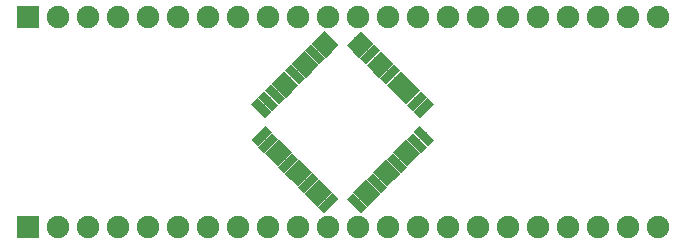
<source format=gbr>
G04 #@! TF.GenerationSoftware,KiCad,Pcbnew,(5.1.4)-1*
G04 #@! TF.CreationDate,2019-10-24T16:58:35-04:00*
G04 #@! TF.ProjectId,TQFP44,54514650-3434-42e6-9b69-6361645f7063,B*
G04 #@! TF.SameCoordinates,Original*
G04 #@! TF.FileFunction,Soldermask,Top*
G04 #@! TF.FilePolarity,Negative*
%FSLAX46Y46*%
G04 Gerber Fmt 4.6, Leading zero omitted, Abs format (unit mm)*
G04 Created by KiCad (PCBNEW (5.1.4)-1) date 2019-10-24 16:58:35*
%MOMM*%
%LPD*%
G04 APERTURE LIST*
%ADD10O,1.900000X1.900000*%
%ADD11R,1.900000X1.900000*%
%ADD12C,0.750000*%
%ADD13C,0.100000*%
G04 APERTURE END LIST*
D10*
X124460000Y-36830000D03*
X121920000Y-36830000D03*
X119380000Y-36830000D03*
X116840000Y-36830000D03*
X114300000Y-36830000D03*
X111760000Y-36830000D03*
X109220000Y-36830000D03*
X106680000Y-36830000D03*
X104140000Y-36830000D03*
X101600000Y-36830000D03*
X99060000Y-36830000D03*
X96520000Y-36830000D03*
X93980000Y-36830000D03*
X91440000Y-36830000D03*
X88900000Y-36830000D03*
X86360000Y-36830000D03*
X83820000Y-36830000D03*
X81280000Y-36830000D03*
X78740000Y-36830000D03*
X76200000Y-36830000D03*
X73660000Y-36830000D03*
D11*
X71120000Y-36830000D03*
D10*
X124460000Y-54610000D03*
X121920000Y-54610000D03*
X119380000Y-54610000D03*
X116840000Y-54610000D03*
X114300000Y-54610000D03*
X111760000Y-54610000D03*
X109220000Y-54610000D03*
X106680000Y-54610000D03*
X104140000Y-54610000D03*
X101600000Y-54610000D03*
X99060000Y-54610000D03*
X96520000Y-54610000D03*
X93980000Y-54610000D03*
X91440000Y-54610000D03*
X88900000Y-54610000D03*
X86360000Y-54610000D03*
X83820000Y-54610000D03*
X81280000Y-54610000D03*
X78740000Y-54610000D03*
X76200000Y-54610000D03*
X73660000Y-54610000D03*
D11*
X71120000Y-54610000D03*
D12*
X90931064Y-44517918D03*
D13*
G36*
X91797270Y-44853794D02*
G01*
X91266940Y-45384124D01*
X90064858Y-44182042D01*
X90595188Y-43651712D01*
X91797270Y-44853794D01*
X91797270Y-44853794D01*
G37*
D12*
X91496750Y-43952233D03*
D13*
G36*
X92362956Y-44288109D02*
G01*
X91832626Y-44818439D01*
X90630544Y-43616357D01*
X91160874Y-43086027D01*
X92362956Y-44288109D01*
X92362956Y-44288109D01*
G37*
D12*
X92062435Y-43386548D03*
D13*
G36*
X92928641Y-43722424D02*
G01*
X92398311Y-44252754D01*
X91196229Y-43050672D01*
X91726559Y-42520342D01*
X92928641Y-43722424D01*
X92928641Y-43722424D01*
G37*
D12*
X92628120Y-42820862D03*
D13*
G36*
X93494326Y-43156738D02*
G01*
X92963996Y-43687068D01*
X91761914Y-42484986D01*
X92292244Y-41954656D01*
X93494326Y-43156738D01*
X93494326Y-43156738D01*
G37*
D12*
X93193806Y-42255177D03*
D13*
G36*
X94060012Y-42591053D02*
G01*
X93529682Y-43121383D01*
X92327600Y-41919301D01*
X92857930Y-41388971D01*
X94060012Y-42591053D01*
X94060012Y-42591053D01*
G37*
D12*
X93759491Y-41689491D03*
D13*
G36*
X94625697Y-42025367D02*
G01*
X94095367Y-42555697D01*
X92893285Y-41353615D01*
X93423615Y-40823285D01*
X94625697Y-42025367D01*
X94625697Y-42025367D01*
G37*
D12*
X94325177Y-41123806D03*
D13*
G36*
X95191383Y-41459682D02*
G01*
X94661053Y-41990012D01*
X93458971Y-40787930D01*
X93989301Y-40257600D01*
X95191383Y-41459682D01*
X95191383Y-41459682D01*
G37*
D12*
X94890862Y-40558120D03*
D13*
G36*
X95757068Y-40893996D02*
G01*
X95226738Y-41424326D01*
X94024656Y-40222244D01*
X94554986Y-39691914D01*
X95757068Y-40893996D01*
X95757068Y-40893996D01*
G37*
D12*
X95456548Y-39992435D03*
D13*
G36*
X96322754Y-40328311D02*
G01*
X95792424Y-40858641D01*
X94590342Y-39656559D01*
X95120672Y-39126229D01*
X96322754Y-40328311D01*
X96322754Y-40328311D01*
G37*
D12*
X96022233Y-39426750D03*
D13*
G36*
X96888439Y-39762626D02*
G01*
X96358109Y-40292956D01*
X95156027Y-39090874D01*
X95686357Y-38560544D01*
X96888439Y-39762626D01*
X96888439Y-39762626D01*
G37*
D12*
X96587918Y-38861064D03*
D13*
G36*
X97454124Y-39196940D02*
G01*
X96923794Y-39727270D01*
X95721712Y-38525188D01*
X96252042Y-37994858D01*
X97454124Y-39196940D01*
X97454124Y-39196940D01*
G37*
D12*
X98992082Y-38861064D03*
D13*
G36*
X98656206Y-39727270D02*
G01*
X98125876Y-39196940D01*
X99327958Y-37994858D01*
X99858288Y-38525188D01*
X98656206Y-39727270D01*
X98656206Y-39727270D01*
G37*
D12*
X99557767Y-39426750D03*
D13*
G36*
X99221891Y-40292956D02*
G01*
X98691561Y-39762626D01*
X99893643Y-38560544D01*
X100423973Y-39090874D01*
X99221891Y-40292956D01*
X99221891Y-40292956D01*
G37*
D12*
X100123452Y-39992435D03*
D13*
G36*
X99787576Y-40858641D02*
G01*
X99257246Y-40328311D01*
X100459328Y-39126229D01*
X100989658Y-39656559D01*
X99787576Y-40858641D01*
X99787576Y-40858641D01*
G37*
D12*
X100689138Y-40558120D03*
D13*
G36*
X100353262Y-41424326D02*
G01*
X99822932Y-40893996D01*
X101025014Y-39691914D01*
X101555344Y-40222244D01*
X100353262Y-41424326D01*
X100353262Y-41424326D01*
G37*
D12*
X101254823Y-41123806D03*
D13*
G36*
X100918947Y-41990012D02*
G01*
X100388617Y-41459682D01*
X101590699Y-40257600D01*
X102121029Y-40787930D01*
X100918947Y-41990012D01*
X100918947Y-41990012D01*
G37*
D12*
X101820509Y-41689491D03*
D13*
G36*
X101484633Y-42555697D02*
G01*
X100954303Y-42025367D01*
X102156385Y-40823285D01*
X102686715Y-41353615D01*
X101484633Y-42555697D01*
X101484633Y-42555697D01*
G37*
D12*
X102386194Y-42255177D03*
D13*
G36*
X102050318Y-43121383D02*
G01*
X101519988Y-42591053D01*
X102722070Y-41388971D01*
X103252400Y-41919301D01*
X102050318Y-43121383D01*
X102050318Y-43121383D01*
G37*
D12*
X102951880Y-42820862D03*
D13*
G36*
X102616004Y-43687068D02*
G01*
X102085674Y-43156738D01*
X103287756Y-41954656D01*
X103818086Y-42484986D01*
X102616004Y-43687068D01*
X102616004Y-43687068D01*
G37*
D12*
X103517565Y-43386548D03*
D13*
G36*
X103181689Y-44252754D02*
G01*
X102651359Y-43722424D01*
X103853441Y-42520342D01*
X104383771Y-43050672D01*
X103181689Y-44252754D01*
X103181689Y-44252754D01*
G37*
D12*
X104083250Y-43952233D03*
D13*
G36*
X103747374Y-44818439D02*
G01*
X103217044Y-44288109D01*
X104419126Y-43086027D01*
X104949456Y-43616357D01*
X103747374Y-44818439D01*
X103747374Y-44818439D01*
G37*
D12*
X104648936Y-44517918D03*
D13*
G36*
X104313060Y-45384124D02*
G01*
X103782730Y-44853794D01*
X104984812Y-43651712D01*
X105515142Y-44182042D01*
X104313060Y-45384124D01*
X104313060Y-45384124D01*
G37*
D12*
X104648936Y-46922082D03*
D13*
G36*
X105515142Y-47257958D02*
G01*
X104984812Y-47788288D01*
X103782730Y-46586206D01*
X104313060Y-46055876D01*
X105515142Y-47257958D01*
X105515142Y-47257958D01*
G37*
D12*
X104083250Y-47487767D03*
D13*
G36*
X104949456Y-47823643D02*
G01*
X104419126Y-48353973D01*
X103217044Y-47151891D01*
X103747374Y-46621561D01*
X104949456Y-47823643D01*
X104949456Y-47823643D01*
G37*
D12*
X103517565Y-48053452D03*
D13*
G36*
X104383771Y-48389328D02*
G01*
X103853441Y-48919658D01*
X102651359Y-47717576D01*
X103181689Y-47187246D01*
X104383771Y-48389328D01*
X104383771Y-48389328D01*
G37*
D12*
X102951880Y-48619138D03*
D13*
G36*
X103818086Y-48955014D02*
G01*
X103287756Y-49485344D01*
X102085674Y-48283262D01*
X102616004Y-47752932D01*
X103818086Y-48955014D01*
X103818086Y-48955014D01*
G37*
D12*
X102386194Y-49184823D03*
D13*
G36*
X103252400Y-49520699D02*
G01*
X102722070Y-50051029D01*
X101519988Y-48848947D01*
X102050318Y-48318617D01*
X103252400Y-49520699D01*
X103252400Y-49520699D01*
G37*
D12*
X101820509Y-49750509D03*
D13*
G36*
X102686715Y-50086385D02*
G01*
X102156385Y-50616715D01*
X100954303Y-49414633D01*
X101484633Y-48884303D01*
X102686715Y-50086385D01*
X102686715Y-50086385D01*
G37*
D12*
X101254823Y-50316194D03*
D13*
G36*
X102121029Y-50652070D02*
G01*
X101590699Y-51182400D01*
X100388617Y-49980318D01*
X100918947Y-49449988D01*
X102121029Y-50652070D01*
X102121029Y-50652070D01*
G37*
D12*
X100689138Y-50881880D03*
D13*
G36*
X101555344Y-51217756D02*
G01*
X101025014Y-51748086D01*
X99822932Y-50546004D01*
X100353262Y-50015674D01*
X101555344Y-51217756D01*
X101555344Y-51217756D01*
G37*
D12*
X100123452Y-51447565D03*
D13*
G36*
X100989658Y-51783441D02*
G01*
X100459328Y-52313771D01*
X99257246Y-51111689D01*
X99787576Y-50581359D01*
X100989658Y-51783441D01*
X100989658Y-51783441D01*
G37*
D12*
X99557767Y-52013250D03*
D13*
G36*
X100423973Y-52349126D02*
G01*
X99893643Y-52879456D01*
X98691561Y-51677374D01*
X99221891Y-51147044D01*
X100423973Y-52349126D01*
X100423973Y-52349126D01*
G37*
D12*
X98992082Y-52578936D03*
D13*
G36*
X99858288Y-52914812D02*
G01*
X99327958Y-53445142D01*
X98125876Y-52243060D01*
X98656206Y-51712730D01*
X99858288Y-52914812D01*
X99858288Y-52914812D01*
G37*
D12*
X96587918Y-52578936D03*
D13*
G36*
X96252042Y-53445142D02*
G01*
X95721712Y-52914812D01*
X96923794Y-51712730D01*
X97454124Y-52243060D01*
X96252042Y-53445142D01*
X96252042Y-53445142D01*
G37*
D12*
X96022233Y-52013250D03*
D13*
G36*
X95686357Y-52879456D02*
G01*
X95156027Y-52349126D01*
X96358109Y-51147044D01*
X96888439Y-51677374D01*
X95686357Y-52879456D01*
X95686357Y-52879456D01*
G37*
D12*
X95456548Y-51447565D03*
D13*
G36*
X95120672Y-52313771D02*
G01*
X94590342Y-51783441D01*
X95792424Y-50581359D01*
X96322754Y-51111689D01*
X95120672Y-52313771D01*
X95120672Y-52313771D01*
G37*
D12*
X94890862Y-50881880D03*
D13*
G36*
X94554986Y-51748086D02*
G01*
X94024656Y-51217756D01*
X95226738Y-50015674D01*
X95757068Y-50546004D01*
X94554986Y-51748086D01*
X94554986Y-51748086D01*
G37*
D12*
X94325177Y-50316194D03*
D13*
G36*
X93989301Y-51182400D02*
G01*
X93458971Y-50652070D01*
X94661053Y-49449988D01*
X95191383Y-49980318D01*
X93989301Y-51182400D01*
X93989301Y-51182400D01*
G37*
D12*
X93759491Y-49750509D03*
D13*
G36*
X93423615Y-50616715D02*
G01*
X92893285Y-50086385D01*
X94095367Y-48884303D01*
X94625697Y-49414633D01*
X93423615Y-50616715D01*
X93423615Y-50616715D01*
G37*
D12*
X93193806Y-49184823D03*
D13*
G36*
X92857930Y-50051029D02*
G01*
X92327600Y-49520699D01*
X93529682Y-48318617D01*
X94060012Y-48848947D01*
X92857930Y-50051029D01*
X92857930Y-50051029D01*
G37*
D12*
X92628120Y-48619138D03*
D13*
G36*
X92292244Y-49485344D02*
G01*
X91761914Y-48955014D01*
X92963996Y-47752932D01*
X93494326Y-48283262D01*
X92292244Y-49485344D01*
X92292244Y-49485344D01*
G37*
D12*
X92062435Y-48053452D03*
D13*
G36*
X91726559Y-48919658D02*
G01*
X91196229Y-48389328D01*
X92398311Y-47187246D01*
X92928641Y-47717576D01*
X91726559Y-48919658D01*
X91726559Y-48919658D01*
G37*
D12*
X91496750Y-47487767D03*
D13*
G36*
X91160874Y-48353973D02*
G01*
X90630544Y-47823643D01*
X91832626Y-46621561D01*
X92362956Y-47151891D01*
X91160874Y-48353973D01*
X91160874Y-48353973D01*
G37*
D12*
X90931064Y-46922082D03*
D13*
G36*
X90595188Y-47788288D02*
G01*
X90064858Y-47257958D01*
X91266940Y-46055876D01*
X91797270Y-46586206D01*
X90595188Y-47788288D01*
X90595188Y-47788288D01*
G37*
M02*

</source>
